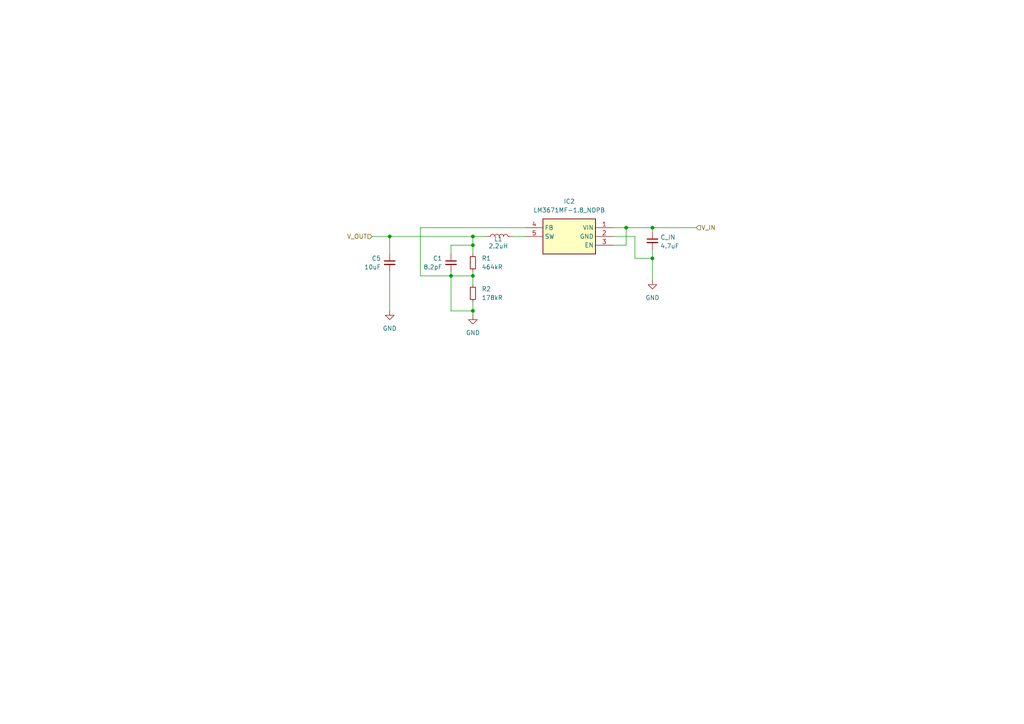
<source format=kicad_sch>
(kicad_sch
	(version 20231120)
	(generator "eeschema")
	(generator_version "8.0")
	(uuid "5cf148a9-5eda-403f-91dc-8da7c50a98d1")
	(paper "A4")
	(lib_symbols
		(symbol "Device:C_Small"
			(pin_numbers hide)
			(pin_names
				(offset 0.254) hide)
			(exclude_from_sim no)
			(in_bom yes)
			(on_board yes)
			(property "Reference" "C"
				(at 0.254 1.778 0)
				(effects
					(font
						(size 1.27 1.27)
					)
					(justify left)
				)
			)
			(property "Value" "C_Small"
				(at 0.254 -2.032 0)
				(effects
					(font
						(size 1.27 1.27)
					)
					(justify left)
				)
			)
			(property "Footprint" ""
				(at 0 0 0)
				(effects
					(font
						(size 1.27 1.27)
					)
					(hide yes)
				)
			)
			(property "Datasheet" "~"
				(at 0 0 0)
				(effects
					(font
						(size 1.27 1.27)
					)
					(hide yes)
				)
			)
			(property "Description" "Unpolarized capacitor, small symbol"
				(at 0 0 0)
				(effects
					(font
						(size 1.27 1.27)
					)
					(hide yes)
				)
			)
			(property "ki_keywords" "capacitor cap"
				(at 0 0 0)
				(effects
					(font
						(size 1.27 1.27)
					)
					(hide yes)
				)
			)
			(property "ki_fp_filters" "C_*"
				(at 0 0 0)
				(effects
					(font
						(size 1.27 1.27)
					)
					(hide yes)
				)
			)
			(symbol "C_Small_0_1"
				(polyline
					(pts
						(xy -1.524 -0.508) (xy 1.524 -0.508)
					)
					(stroke
						(width 0.3302)
						(type default)
					)
					(fill
						(type none)
					)
				)
				(polyline
					(pts
						(xy -1.524 0.508) (xy 1.524 0.508)
					)
					(stroke
						(width 0.3048)
						(type default)
					)
					(fill
						(type none)
					)
				)
			)
			(symbol "C_Small_1_1"
				(pin passive line
					(at 0 2.54 270)
					(length 2.032)
					(name "~"
						(effects
							(font
								(size 1.27 1.27)
							)
						)
					)
					(number "1"
						(effects
							(font
								(size 1.27 1.27)
							)
						)
					)
				)
				(pin passive line
					(at 0 -2.54 90)
					(length 2.032)
					(name "~"
						(effects
							(font
								(size 1.27 1.27)
							)
						)
					)
					(number "2"
						(effects
							(font
								(size 1.27 1.27)
							)
						)
					)
				)
			)
		)
		(symbol "Device:L"
			(pin_numbers hide)
			(pin_names
				(offset 1.016) hide)
			(exclude_from_sim no)
			(in_bom yes)
			(on_board yes)
			(property "Reference" "L"
				(at -1.27 0 90)
				(effects
					(font
						(size 1.27 1.27)
					)
				)
			)
			(property "Value" "L"
				(at 1.905 0 90)
				(effects
					(font
						(size 1.27 1.27)
					)
				)
			)
			(property "Footprint" ""
				(at 0 0 0)
				(effects
					(font
						(size 1.27 1.27)
					)
					(hide yes)
				)
			)
			(property "Datasheet" "~"
				(at 0 0 0)
				(effects
					(font
						(size 1.27 1.27)
					)
					(hide yes)
				)
			)
			(property "Description" "Inductor"
				(at 0 0 0)
				(effects
					(font
						(size 1.27 1.27)
					)
					(hide yes)
				)
			)
			(property "ki_keywords" "inductor choke coil reactor magnetic"
				(at 0 0 0)
				(effects
					(font
						(size 1.27 1.27)
					)
					(hide yes)
				)
			)
			(property "ki_fp_filters" "Choke_* *Coil* Inductor_* L_*"
				(at 0 0 0)
				(effects
					(font
						(size 1.27 1.27)
					)
					(hide yes)
				)
			)
			(symbol "L_0_1"
				(arc
					(start 0 -2.54)
					(mid 0.6323 -1.905)
					(end 0 -1.27)
					(stroke
						(width 0)
						(type default)
					)
					(fill
						(type none)
					)
				)
				(arc
					(start 0 -1.27)
					(mid 0.6323 -0.635)
					(end 0 0)
					(stroke
						(width 0)
						(type default)
					)
					(fill
						(type none)
					)
				)
				(arc
					(start 0 0)
					(mid 0.6323 0.635)
					(end 0 1.27)
					(stroke
						(width 0)
						(type default)
					)
					(fill
						(type none)
					)
				)
				(arc
					(start 0 1.27)
					(mid 0.6323 1.905)
					(end 0 2.54)
					(stroke
						(width 0)
						(type default)
					)
					(fill
						(type none)
					)
				)
			)
			(symbol "L_1_1"
				(pin passive line
					(at 0 3.81 270)
					(length 1.27)
					(name "1"
						(effects
							(font
								(size 1.27 1.27)
							)
						)
					)
					(number "1"
						(effects
							(font
								(size 1.27 1.27)
							)
						)
					)
				)
				(pin passive line
					(at 0 -3.81 90)
					(length 1.27)
					(name "2"
						(effects
							(font
								(size 1.27 1.27)
							)
						)
					)
					(number "2"
						(effects
							(font
								(size 1.27 1.27)
							)
						)
					)
				)
			)
		)
		(symbol "Device:R_Small"
			(pin_numbers hide)
			(pin_names
				(offset 0.254) hide)
			(exclude_from_sim no)
			(in_bom yes)
			(on_board yes)
			(property "Reference" "R"
				(at 0.762 0.508 0)
				(effects
					(font
						(size 1.27 1.27)
					)
					(justify left)
				)
			)
			(property "Value" "R_Small"
				(at 0.762 -1.016 0)
				(effects
					(font
						(size 1.27 1.27)
					)
					(justify left)
				)
			)
			(property "Footprint" ""
				(at 0 0 0)
				(effects
					(font
						(size 1.27 1.27)
					)
					(hide yes)
				)
			)
			(property "Datasheet" "~"
				(at 0 0 0)
				(effects
					(font
						(size 1.27 1.27)
					)
					(hide yes)
				)
			)
			(property "Description" "Resistor, small symbol"
				(at 0 0 0)
				(effects
					(font
						(size 1.27 1.27)
					)
					(hide yes)
				)
			)
			(property "ki_keywords" "R resistor"
				(at 0 0 0)
				(effects
					(font
						(size 1.27 1.27)
					)
					(hide yes)
				)
			)
			(property "ki_fp_filters" "R_*"
				(at 0 0 0)
				(effects
					(font
						(size 1.27 1.27)
					)
					(hide yes)
				)
			)
			(symbol "R_Small_0_1"
				(rectangle
					(start -0.762 1.778)
					(end 0.762 -1.778)
					(stroke
						(width 0.2032)
						(type default)
					)
					(fill
						(type none)
					)
				)
			)
			(symbol "R_Small_1_1"
				(pin passive line
					(at 0 2.54 270)
					(length 0.762)
					(name "~"
						(effects
							(font
								(size 1.27 1.27)
							)
						)
					)
					(number "1"
						(effects
							(font
								(size 1.27 1.27)
							)
						)
					)
				)
				(pin passive line
					(at 0 -2.54 90)
					(length 0.762)
					(name "~"
						(effects
							(font
								(size 1.27 1.27)
							)
						)
					)
					(number "2"
						(effects
							(font
								(size 1.27 1.27)
							)
						)
					)
				)
			)
		)
		(symbol "LM3671MF-1_8_NOPB:LM3671MF-1.8_NOPB"
			(exclude_from_sim no)
			(in_bom yes)
			(on_board yes)
			(property "Reference" "IC"
				(at 21.59 7.62 0)
				(effects
					(font
						(size 1.27 1.27)
					)
					(justify left top)
				)
			)
			(property "Value" "LM3671MF-1.8_NOPB"
				(at 21.59 5.08 0)
				(effects
					(font
						(size 1.27 1.27)
					)
					(justify left top)
				)
			)
			(property "Footprint" "SOT95P280X145-5N"
				(at 21.59 -94.92 0)
				(effects
					(font
						(size 1.27 1.27)
					)
					(justify left top)
					(hide yes)
				)
			)
			(property "Datasheet" "http://www.ti.com/lit/ds/symlink/lm3671.pdf"
				(at 21.59 -194.92 0)
				(effects
					(font
						(size 1.27 1.27)
					)
					(justify left top)
					(hide yes)
				)
			)
			(property "Description" "2MHz, 600mA Step-Down DC-DC Converter"
				(at 0 0 0)
				(effects
					(font
						(size 1.27 1.27)
					)
					(hide yes)
				)
			)
			(property "Height" "1.45"
				(at 21.59 -394.92 0)
				(effects
					(font
						(size 1.27 1.27)
					)
					(justify left top)
					(hide yes)
				)
			)
			(property "Mouser Part Number" "926-LM3671MF-1.8NOPB"
				(at 21.59 -494.92 0)
				(effects
					(font
						(size 1.27 1.27)
					)
					(justify left top)
					(hide yes)
				)
			)
			(property "Mouser Price/Stock" "https://www.mouser.co.uk/ProductDetail/Texas-Instruments/LM3671MF-1.8-NOPB?qs=QbsRYf82W3EhbfgXz3PpIg%3D%3D"
				(at 21.59 -594.92 0)
				(effects
					(font
						(size 1.27 1.27)
					)
					(justify left top)
					(hide yes)
				)
			)
			(property "Manufacturer_Name" "Texas Instruments"
				(at 21.59 -694.92 0)
				(effects
					(font
						(size 1.27 1.27)
					)
					(justify left top)
					(hide yes)
				)
			)
			(property "Manufacturer_Part_Number" "LM3671MF-1.8/NOPB"
				(at 21.59 -794.92 0)
				(effects
					(font
						(size 1.27 1.27)
					)
					(justify left top)
					(hide yes)
				)
			)
			(symbol "LM3671MF-1.8_NOPB_1_1"
				(rectangle
					(start 5.08 2.54)
					(end 20.32 -7.62)
					(stroke
						(width 0.254)
						(type default)
					)
					(fill
						(type background)
					)
				)
				(pin input line
					(at 0 0 0)
					(length 5.08)
					(name "VIN"
						(effects
							(font
								(size 1.27 1.27)
							)
						)
					)
					(number "1"
						(effects
							(font
								(size 1.27 1.27)
							)
						)
					)
				)
				(pin power_in line
					(at 0 -2.54 0)
					(length 5.08)
					(name "GND"
						(effects
							(font
								(size 1.27 1.27)
							)
						)
					)
					(number "2"
						(effects
							(font
								(size 1.27 1.27)
							)
						)
					)
				)
				(pin passive line
					(at 0 -5.08 0)
					(length 5.08)
					(name "EN"
						(effects
							(font
								(size 1.27 1.27)
							)
						)
					)
					(number "3"
						(effects
							(font
								(size 1.27 1.27)
							)
						)
					)
				)
				(pin passive line
					(at 25.4 0 180)
					(length 5.08)
					(name "FB"
						(effects
							(font
								(size 1.27 1.27)
							)
						)
					)
					(number "4"
						(effects
							(font
								(size 1.27 1.27)
							)
						)
					)
				)
				(pin passive line
					(at 25.4 -2.54 180)
					(length 5.08)
					(name "SW"
						(effects
							(font
								(size 1.27 1.27)
							)
						)
					)
					(number "5"
						(effects
							(font
								(size 1.27 1.27)
							)
						)
					)
				)
			)
		)
		(symbol "power:GND"
			(power)
			(pin_numbers hide)
			(pin_names
				(offset 0) hide)
			(exclude_from_sim no)
			(in_bom yes)
			(on_board yes)
			(property "Reference" "#PWR"
				(at 0 -6.35 0)
				(effects
					(font
						(size 1.27 1.27)
					)
					(hide yes)
				)
			)
			(property "Value" "GND"
				(at 0 -3.81 0)
				(effects
					(font
						(size 1.27 1.27)
					)
				)
			)
			(property "Footprint" ""
				(at 0 0 0)
				(effects
					(font
						(size 1.27 1.27)
					)
					(hide yes)
				)
			)
			(property "Datasheet" ""
				(at 0 0 0)
				(effects
					(font
						(size 1.27 1.27)
					)
					(hide yes)
				)
			)
			(property "Description" "Power symbol creates a global label with name \"GND\" , ground"
				(at 0 0 0)
				(effects
					(font
						(size 1.27 1.27)
					)
					(hide yes)
				)
			)
			(property "ki_keywords" "global power"
				(at 0 0 0)
				(effects
					(font
						(size 1.27 1.27)
					)
					(hide yes)
				)
			)
			(symbol "GND_0_1"
				(polyline
					(pts
						(xy 0 0) (xy 0 -1.27) (xy 1.27 -1.27) (xy 0 -2.54) (xy -1.27 -1.27) (xy 0 -1.27)
					)
					(stroke
						(width 0)
						(type default)
					)
					(fill
						(type none)
					)
				)
			)
			(symbol "GND_1_1"
				(pin power_in line
					(at 0 0 270)
					(length 0)
					(name "~"
						(effects
							(font
								(size 1.27 1.27)
							)
						)
					)
					(number "1"
						(effects
							(font
								(size 1.27 1.27)
							)
						)
					)
				)
			)
		)
	)
	(junction
		(at 137.16 90.17)
		(diameter 0)
		(color 0 0 0 0)
		(uuid "07dc20b3-2635-45aa-99db-c371466c58ae")
	)
	(junction
		(at 137.16 71.12)
		(diameter 0)
		(color 0 0 0 0)
		(uuid "4c6664cf-f176-4a6c-8e71-a2c92fd93847")
	)
	(junction
		(at 189.23 74.93)
		(diameter 0)
		(color 0 0 0 0)
		(uuid "57f3fb8c-ee61-4e70-9220-5ca2092b15a8")
	)
	(junction
		(at 189.23 66.04)
		(diameter 0)
		(color 0 0 0 0)
		(uuid "62d4258f-a157-4c97-b8c3-fbae9c6e8040")
	)
	(junction
		(at 113.03 68.58)
		(diameter 0)
		(color 0 0 0 0)
		(uuid "6947bf3a-de8f-40e4-93cc-15c24a9d8711")
	)
	(junction
		(at 137.16 80.01)
		(diameter 0)
		(color 0 0 0 0)
		(uuid "72aae656-f5eb-45f0-a06c-2b724dd6e5f5")
	)
	(junction
		(at 137.16 68.58)
		(diameter 0)
		(color 0 0 0 0)
		(uuid "b00efed2-b101-4beb-a9ae-952d5ceb439a")
	)
	(junction
		(at 130.81 80.01)
		(diameter 0)
		(color 0 0 0 0)
		(uuid "d7bec70a-1914-40d4-9f07-d2d3da92d677")
	)
	(junction
		(at 181.61 66.04)
		(diameter 0)
		(color 0 0 0 0)
		(uuid "de2b17f3-c993-4bdf-8f5a-5d0caf928bff")
	)
	(wire
		(pts
			(xy 130.81 80.01) (xy 121.92 80.01)
		)
		(stroke
			(width 0)
			(type default)
		)
		(uuid "0abf92d4-7714-4c47-bb67-7d0cea63c99d")
	)
	(wire
		(pts
			(xy 137.16 71.12) (xy 137.16 68.58)
		)
		(stroke
			(width 0)
			(type default)
		)
		(uuid "14bb2bf8-963c-445e-9036-31db54af295b")
	)
	(wire
		(pts
			(xy 181.61 71.12) (xy 177.8 71.12)
		)
		(stroke
			(width 0)
			(type default)
		)
		(uuid "164278a8-48c7-4fd6-a875-d4b7443ca468")
	)
	(wire
		(pts
			(xy 137.16 71.12) (xy 130.81 71.12)
		)
		(stroke
			(width 0)
			(type default)
		)
		(uuid "180ebf72-7de2-497d-8411-4433966825a1")
	)
	(wire
		(pts
			(xy 189.23 72.39) (xy 189.23 74.93)
		)
		(stroke
			(width 0)
			(type default)
		)
		(uuid "1bd233e4-062b-405f-85c3-2ecc4cb7034d")
	)
	(wire
		(pts
			(xy 137.16 80.01) (xy 130.81 80.01)
		)
		(stroke
			(width 0)
			(type default)
		)
		(uuid "2ea3e660-6329-4a75-a5ec-8695859f7cad")
	)
	(wire
		(pts
			(xy 113.03 68.58) (xy 113.03 73.66)
		)
		(stroke
			(width 0)
			(type default)
		)
		(uuid "35bde097-af85-4638-8bf2-34011e803e41")
	)
	(wire
		(pts
			(xy 130.81 80.01) (xy 130.81 90.17)
		)
		(stroke
			(width 0)
			(type default)
		)
		(uuid "39631229-1dca-44b8-8857-046be21e18da")
	)
	(wire
		(pts
			(xy 121.92 80.01) (xy 121.92 66.04)
		)
		(stroke
			(width 0)
			(type default)
		)
		(uuid "42b29349-3f0f-4c53-9627-517a68026c63")
	)
	(wire
		(pts
			(xy 137.16 90.17) (xy 137.16 91.44)
		)
		(stroke
			(width 0)
			(type default)
		)
		(uuid "450fe26a-74f9-44cf-a514-a515184e69a6")
	)
	(wire
		(pts
			(xy 130.81 71.12) (xy 130.81 73.66)
		)
		(stroke
			(width 0)
			(type default)
		)
		(uuid "58205c9b-e6ee-4c99-8c3c-a4767caf27b8")
	)
	(wire
		(pts
			(xy 189.23 66.04) (xy 181.61 66.04)
		)
		(stroke
			(width 0)
			(type default)
		)
		(uuid "633a8447-89cb-469c-b188-e9ff6a863d6b")
	)
	(wire
		(pts
			(xy 189.23 66.04) (xy 189.23 67.31)
		)
		(stroke
			(width 0)
			(type default)
		)
		(uuid "695c32bc-cb89-41fd-8bbd-53953ad656ac")
	)
	(wire
		(pts
			(xy 177.8 68.58) (xy 184.15 68.58)
		)
		(stroke
			(width 0)
			(type default)
		)
		(uuid "6d607de7-e495-4dd4-9975-9616d1b733b1")
	)
	(wire
		(pts
			(xy 181.61 66.04) (xy 177.8 66.04)
		)
		(stroke
			(width 0)
			(type default)
		)
		(uuid "8b83711e-41b4-46d9-b870-a59bf945dba5")
	)
	(wire
		(pts
			(xy 137.16 73.66) (xy 137.16 71.12)
		)
		(stroke
			(width 0)
			(type default)
		)
		(uuid "918f3e9b-8b85-460a-baaa-9be86a8760a2")
	)
	(wire
		(pts
			(xy 181.61 66.04) (xy 181.61 71.12)
		)
		(stroke
			(width 0)
			(type default)
		)
		(uuid "919ece47-7fee-4d72-a3d2-077b559e275a")
	)
	(wire
		(pts
			(xy 148.59 68.58) (xy 152.4 68.58)
		)
		(stroke
			(width 0)
			(type default)
		)
		(uuid "9d275590-0746-4c03-b4a3-e6625aad50ae")
	)
	(wire
		(pts
			(xy 137.16 78.74) (xy 137.16 80.01)
		)
		(stroke
			(width 0)
			(type default)
		)
		(uuid "a2db2df1-57d4-4da3-b645-54905f8e62c7")
	)
	(wire
		(pts
			(xy 113.03 78.74) (xy 113.03 90.17)
		)
		(stroke
			(width 0)
			(type default)
		)
		(uuid "b3448ba0-8fa8-47b0-8cf6-9e0ea2c72ecc")
	)
	(wire
		(pts
			(xy 113.03 68.58) (xy 107.95 68.58)
		)
		(stroke
			(width 0)
			(type default)
		)
		(uuid "b3fc0e54-1da4-460d-9b35-ed19c32cab0e")
	)
	(wire
		(pts
			(xy 137.16 80.01) (xy 137.16 82.55)
		)
		(stroke
			(width 0)
			(type default)
		)
		(uuid "b939629d-b2ec-49b3-9400-5ac53a8c7060")
	)
	(wire
		(pts
			(xy 130.81 78.74) (xy 130.81 80.01)
		)
		(stroke
			(width 0)
			(type default)
		)
		(uuid "c4d28f40-9e81-4ee9-9850-909f53ac0573")
	)
	(wire
		(pts
			(xy 140.97 68.58) (xy 137.16 68.58)
		)
		(stroke
			(width 0)
			(type default)
		)
		(uuid "c8b8ad7b-e853-4a7d-bf84-3b460ac3af1f")
	)
	(wire
		(pts
			(xy 189.23 74.93) (xy 189.23 81.28)
		)
		(stroke
			(width 0)
			(type default)
		)
		(uuid "d087552f-fe40-4e06-a87c-25bf748b44c0")
	)
	(wire
		(pts
			(xy 184.15 74.93) (xy 189.23 74.93)
		)
		(stroke
			(width 0)
			(type default)
		)
		(uuid "d165b882-072d-4937-9eea-6712f1526557")
	)
	(wire
		(pts
			(xy 201.93 66.04) (xy 189.23 66.04)
		)
		(stroke
			(width 0)
			(type default)
		)
		(uuid "d285f676-8c01-43da-bc45-8f883f720112")
	)
	(wire
		(pts
			(xy 130.81 90.17) (xy 137.16 90.17)
		)
		(stroke
			(width 0)
			(type default)
		)
		(uuid "d64139ae-e225-4759-85f8-64bf1d7494c6")
	)
	(wire
		(pts
			(xy 137.16 68.58) (xy 113.03 68.58)
		)
		(stroke
			(width 0)
			(type default)
		)
		(uuid "e18bb947-9c0d-4997-9cdc-2bb1214a7ce6")
	)
	(wire
		(pts
			(xy 137.16 87.63) (xy 137.16 90.17)
		)
		(stroke
			(width 0)
			(type default)
		)
		(uuid "e633207a-e89e-4c3d-b44c-4944f035f5da")
	)
	(wire
		(pts
			(xy 184.15 68.58) (xy 184.15 74.93)
		)
		(stroke
			(width 0)
			(type default)
		)
		(uuid "e6bf965a-fd0c-403a-8704-d9a49d38e167")
	)
	(wire
		(pts
			(xy 121.92 66.04) (xy 152.4 66.04)
		)
		(stroke
			(width 0)
			(type default)
		)
		(uuid "fa280134-f362-4a66-8a07-d9d43ac1f61a")
	)
	(hierarchical_label "V_IN"
		(shape input)
		(at 201.93 66.04 0)
		(fields_autoplaced yes)
		(effects
			(font
				(size 1.27 1.27)
			)
			(justify left)
		)
		(uuid "0a471a3d-2543-4707-a134-50eafb4d4932")
	)
	(hierarchical_label "V_OUT"
		(shape input)
		(at 107.95 68.58 180)
		(fields_autoplaced yes)
		(effects
			(font
				(size 1.27 1.27)
			)
			(justify right)
		)
		(uuid "d50d594b-3f26-4fb0-906d-8848ea7aee55")
	)
	(symbol
		(lib_id "power:GND")
		(at 113.03 90.17 0)
		(mirror y)
		(unit 1)
		(exclude_from_sim no)
		(in_bom yes)
		(on_board yes)
		(dnp no)
		(fields_autoplaced yes)
		(uuid "07e45d13-5e59-4e87-a9f2-f93c088bebbd")
		(property "Reference" "#PWR08"
			(at 113.03 96.52 0)
			(effects
				(font
					(size 1.27 1.27)
				)
				(hide yes)
			)
		)
		(property "Value" "GND"
			(at 113.03 95.25 0)
			(effects
				(font
					(size 1.27 1.27)
				)
			)
		)
		(property "Footprint" ""
			(at 113.03 90.17 0)
			(effects
				(font
					(size 1.27 1.27)
				)
				(hide yes)
			)
		)
		(property "Datasheet" ""
			(at 113.03 90.17 0)
			(effects
				(font
					(size 1.27 1.27)
				)
				(hide yes)
			)
		)
		(property "Description" "Power symbol creates a global label with name \"GND\" , ground"
			(at 113.03 90.17 0)
			(effects
				(font
					(size 1.27 1.27)
				)
				(hide yes)
			)
		)
		(pin "1"
			(uuid "a282672c-de80-4864-a38b-2c934d2bc263")
		)
		(instances
			(project ""
				(path "/f342d0b6-fa79-42c3-b491-044d5cde1fcc/86628781-09f8-497a-81fb-bb6f90ba039a"
					(reference "#PWR08")
					(unit 1)
				)
			)
		)
	)
	(symbol
		(lib_id "LM3671MF-1_8_NOPB:LM3671MF-1.8_NOPB")
		(at 177.8 66.04 0)
		(mirror y)
		(unit 1)
		(exclude_from_sim no)
		(in_bom yes)
		(on_board yes)
		(dnp no)
		(uuid "2201618c-64bd-4f0f-b0cc-7c3f45ec4de8")
		(property "Reference" "IC2"
			(at 165.1 58.42 0)
			(effects
				(font
					(size 1.27 1.27)
				)
			)
		)
		(property "Value" "LM3671MF-1.8_NOPB"
			(at 165.1 60.96 0)
			(effects
				(font
					(size 1.27 1.27)
				)
			)
		)
		(property "Footprint" "SOT95P280X145-5N"
			(at 156.21 160.96 0)
			(effects
				(font
					(size 1.27 1.27)
				)
				(justify left top)
				(hide yes)
			)
		)
		(property "Datasheet" "http://www.ti.com/lit/ds/symlink/lm3671.pdf"
			(at 156.21 260.96 0)
			(effects
				(font
					(size 1.27 1.27)
				)
				(justify left top)
				(hide yes)
			)
		)
		(property "Description" "2MHz, 600mA Step-Down DC-DC Converter"
			(at 177.8 66.04 0)
			(effects
				(font
					(size 1.27 1.27)
				)
				(hide yes)
			)
		)
		(property "Height" "1.45"
			(at 156.21 460.96 0)
			(effects
				(font
					(size 1.27 1.27)
				)
				(justify left top)
				(hide yes)
			)
		)
		(property "Mouser Part Number" "926-LM3671MF-1.8NOPB"
			(at 156.21 560.96 0)
			(effects
				(font
					(size 1.27 1.27)
				)
				(justify left top)
				(hide yes)
			)
		)
		(property "Mouser Price/Stock" "https://www.mouser.co.uk/ProductDetail/Texas-Instruments/LM3671MF-1.8-NOPB?qs=QbsRYf82W3EhbfgXz3PpIg%3D%3D"
			(at 156.21 660.96 0)
			(effects
				(font
					(size 1.27 1.27)
				)
				(justify left top)
				(hide yes)
			)
		)
		(property "Manufacturer_Name" "Texas Instruments"
			(at 156.21 760.96 0)
			(effects
				(font
					(size 1.27 1.27)
				)
				(justify left top)
				(hide yes)
			)
		)
		(property "Manufacturer_Part_Number" "LM3671MF-1.8/NOPB"
			(at 156.21 860.96 0)
			(effects
				(font
					(size 1.27 1.27)
				)
				(justify left top)
				(hide yes)
			)
		)
		(pin "3"
			(uuid "49fd3f39-10ae-4b3d-861b-25aa76575c98")
		)
		(pin "5"
			(uuid "739d624f-f24b-45ff-bed7-73309e64eb50")
		)
		(pin "2"
			(uuid "020ad56b-e7d7-4b1a-9572-68d9065f58e6")
		)
		(pin "1"
			(uuid "03204a58-2622-433f-87e6-523ef385b3a9")
		)
		(pin "4"
			(uuid "a24ffae4-1342-4932-a422-2df3fb4865ab")
		)
		(instances
			(project "EMG_Main_Board"
				(path "/f342d0b6-fa79-42c3-b491-044d5cde1fcc/86628781-09f8-497a-81fb-bb6f90ba039a"
					(reference "IC2")
					(unit 1)
				)
			)
		)
	)
	(symbol
		(lib_id "power:GND")
		(at 137.16 91.44 0)
		(unit 1)
		(exclude_from_sim no)
		(in_bom yes)
		(on_board yes)
		(dnp no)
		(fields_autoplaced yes)
		(uuid "304e37a2-68af-4614-89c3-908ec56b4b0c")
		(property "Reference" "#PWR07"
			(at 137.16 97.79 0)
			(effects
				(font
					(size 1.27 1.27)
				)
				(hide yes)
			)
		)
		(property "Value" "GND"
			(at 137.16 96.52 0)
			(effects
				(font
					(size 1.27 1.27)
				)
			)
		)
		(property "Footprint" ""
			(at 137.16 91.44 0)
			(effects
				(font
					(size 1.27 1.27)
				)
				(hide yes)
			)
		)
		(property "Datasheet" ""
			(at 137.16 91.44 0)
			(effects
				(font
					(size 1.27 1.27)
				)
				(hide yes)
			)
		)
		(property "Description" "Power symbol creates a global label with name \"GND\" , ground"
			(at 137.16 91.44 0)
			(effects
				(font
					(size 1.27 1.27)
				)
				(hide yes)
			)
		)
		(pin "1"
			(uuid "02bdbaa5-fd4b-4580-ab83-351a39916ff4")
		)
		(instances
			(project "EMG_Main_Board"
				(path "/f342d0b6-fa79-42c3-b491-044d5cde1fcc/86628781-09f8-497a-81fb-bb6f90ba039a"
					(reference "#PWR07")
					(unit 1)
				)
			)
		)
	)
	(symbol
		(lib_id "Device:C_Small")
		(at 130.81 76.2 0)
		(mirror y)
		(unit 1)
		(exclude_from_sim no)
		(in_bom yes)
		(on_board yes)
		(dnp no)
		(fields_autoplaced yes)
		(uuid "68a1ab0c-5744-4491-a29f-6f333125105b")
		(property "Reference" "C1"
			(at 128.27 74.9362 0)
			(effects
				(font
					(size 1.27 1.27)
				)
				(justify left)
			)
		)
		(property "Value" "8.2pF"
			(at 128.27 77.4762 0)
			(effects
				(font
					(size 1.27 1.27)
				)
				(justify left)
			)
		)
		(property "Footprint" ""
			(at 130.81 76.2 0)
			(effects
				(font
					(size 1.27 1.27)
				)
				(hide yes)
			)
		)
		(property "Datasheet" "~"
			(at 130.81 76.2 0)
			(effects
				(font
					(size 1.27 1.27)
				)
				(hide yes)
			)
		)
		(property "Description" "Unpolarized capacitor, small symbol"
			(at 130.81 76.2 0)
			(effects
				(font
					(size 1.27 1.27)
				)
				(hide yes)
			)
		)
		(pin "1"
			(uuid "aa308751-9287-4e11-a6d0-08e9ad56bf09")
		)
		(pin "2"
			(uuid "04f64af9-770e-4fc9-afa0-24f20e4c0a6b")
		)
		(instances
			(project ""
				(path "/f342d0b6-fa79-42c3-b491-044d5cde1fcc/86628781-09f8-497a-81fb-bb6f90ba039a"
					(reference "C1")
					(unit 1)
				)
			)
		)
	)
	(symbol
		(lib_id "Device:C_Small")
		(at 189.23 69.85 0)
		(unit 1)
		(exclude_from_sim no)
		(in_bom yes)
		(on_board yes)
		(dnp no)
		(uuid "af77e6ef-25ab-4c82-8a0e-9d8c4d32dcf1")
		(property "Reference" "C_IN"
			(at 191.516 68.834 0)
			(effects
				(font
					(size 1.27 1.27)
				)
				(justify left)
			)
		)
		(property "Value" "4.7uF"
			(at 191.516 71.374 0)
			(effects
				(font
					(size 1.27 1.27)
				)
				(justify left)
			)
		)
		(property "Footprint" ""
			(at 189.23 69.85 0)
			(effects
				(font
					(size 1.27 1.27)
				)
				(hide yes)
			)
		)
		(property "Datasheet" "~"
			(at 189.23 69.85 0)
			(effects
				(font
					(size 1.27 1.27)
				)
				(hide yes)
			)
		)
		(property "Description" "Unpolarized capacitor, small symbol"
			(at 189.23 69.85 0)
			(effects
				(font
					(size 1.27 1.27)
				)
				(hide yes)
			)
		)
		(pin "1"
			(uuid "1ec3cc8c-e547-4f44-a425-01bca23eaf77")
		)
		(pin "2"
			(uuid "f04755fe-b7e6-4fd4-8034-f2c8459b2c12")
		)
		(instances
			(project "EMG_Main_Board"
				(path "/f342d0b6-fa79-42c3-b491-044d5cde1fcc/86628781-09f8-497a-81fb-bb6f90ba039a"
					(reference "C_IN")
					(unit 1)
				)
			)
		)
	)
	(symbol
		(lib_id "Device:L")
		(at 144.78 68.58 90)
		(unit 1)
		(exclude_from_sim no)
		(in_bom yes)
		(on_board yes)
		(dnp no)
		(uuid "c6da8668-064d-4211-8a2a-8730c0fdcf33")
		(property "Reference" "L1"
			(at 144.526 69.342 90)
			(effects
				(font
					(size 1.27 1.27)
				)
			)
		)
		(property "Value" "2.2uH"
			(at 144.526 71.374 90)
			(effects
				(font
					(size 1.27 1.27)
				)
			)
		)
		(property "Footprint" ""
			(at 144.78 68.58 0)
			(effects
				(font
					(size 1.27 1.27)
				)
				(hide yes)
			)
		)
		(property "Datasheet" "~"
			(at 144.78 68.58 0)
			(effects
				(font
					(size 1.27 1.27)
				)
				(hide yes)
			)
		)
		(property "Description" "Inductor"
			(at 144.78 68.58 0)
			(effects
				(font
					(size 1.27 1.27)
				)
				(hide yes)
			)
		)
		(pin "1"
			(uuid "6eabab8a-cb37-4c65-a878-276d1599baf2")
		)
		(pin "2"
			(uuid "a0c0478d-422a-4930-889a-6c5e3cdcb61b")
		)
		(instances
			(project "EMG_Main_Board"
				(path "/f342d0b6-fa79-42c3-b491-044d5cde1fcc/86628781-09f8-497a-81fb-bb6f90ba039a"
					(reference "L1")
					(unit 1)
				)
			)
		)
	)
	(symbol
		(lib_id "power:GND")
		(at 189.23 81.28 0)
		(unit 1)
		(exclude_from_sim no)
		(in_bom yes)
		(on_board yes)
		(dnp no)
		(fields_autoplaced yes)
		(uuid "c82a4c2b-441b-492a-880a-0426aebab738")
		(property "Reference" "#PWR06"
			(at 189.23 87.63 0)
			(effects
				(font
					(size 1.27 1.27)
				)
				(hide yes)
			)
		)
		(property "Value" "GND"
			(at 189.23 86.36 0)
			(effects
				(font
					(size 1.27 1.27)
				)
			)
		)
		(property "Footprint" ""
			(at 189.23 81.28 0)
			(effects
				(font
					(size 1.27 1.27)
				)
				(hide yes)
			)
		)
		(property "Datasheet" ""
			(at 189.23 81.28 0)
			(effects
				(font
					(size 1.27 1.27)
				)
				(hide yes)
			)
		)
		(property "Description" "Power symbol creates a global label with name \"GND\" , ground"
			(at 189.23 81.28 0)
			(effects
				(font
					(size 1.27 1.27)
				)
				(hide yes)
			)
		)
		(pin "1"
			(uuid "88926ee2-5867-4284-b492-048e657fa550")
		)
		(instances
			(project "EMG_Main_Board"
				(path "/f342d0b6-fa79-42c3-b491-044d5cde1fcc/86628781-09f8-497a-81fb-bb6f90ba039a"
					(reference "#PWR06")
					(unit 1)
				)
			)
		)
	)
	(symbol
		(lib_id "Device:R_Small")
		(at 137.16 76.2 0)
		(unit 1)
		(exclude_from_sim no)
		(in_bom yes)
		(on_board yes)
		(dnp no)
		(uuid "e72419ba-06dc-4695-8461-71fa396df24f")
		(property "Reference" "R1"
			(at 139.7 74.9299 0)
			(effects
				(font
					(size 1.27 1.27)
				)
				(justify left)
			)
		)
		(property "Value" "464kR"
			(at 139.7 77.4699 0)
			(effects
				(font
					(size 1.27 1.27)
				)
				(justify left)
			)
		)
		(property "Footprint" ""
			(at 137.16 76.2 0)
			(effects
				(font
					(size 1.27 1.27)
				)
				(hide yes)
			)
		)
		(property "Datasheet" "~"
			(at 137.16 76.2 0)
			(effects
				(font
					(size 1.27 1.27)
				)
				(hide yes)
			)
		)
		(property "Description" "Resistor, small symbol"
			(at 137.16 76.2 0)
			(effects
				(font
					(size 1.27 1.27)
				)
				(hide yes)
			)
		)
		(pin "2"
			(uuid "26ced617-38a7-4784-a320-6b7d57d51040")
		)
		(pin "1"
			(uuid "f7448458-8101-49fb-a249-b51003e2ae49")
		)
		(instances
			(project "EMG_Main_Board"
				(path "/f342d0b6-fa79-42c3-b491-044d5cde1fcc/86628781-09f8-497a-81fb-bb6f90ba039a"
					(reference "R1")
					(unit 1)
				)
			)
		)
	)
	(symbol
		(lib_id "Device:C_Small")
		(at 113.03 76.2 0)
		(mirror y)
		(unit 1)
		(exclude_from_sim no)
		(in_bom yes)
		(on_board yes)
		(dnp no)
		(fields_autoplaced yes)
		(uuid "fa41f373-c291-471d-be19-8430e61deee0")
		(property "Reference" "C5"
			(at 110.49 74.9362 0)
			(effects
				(font
					(size 1.27 1.27)
				)
				(justify left)
			)
		)
		(property "Value" "10uF"
			(at 110.49 77.4762 0)
			(effects
				(font
					(size 1.27 1.27)
				)
				(justify left)
			)
		)
		(property "Footprint" ""
			(at 113.03 76.2 0)
			(effects
				(font
					(size 1.27 1.27)
				)
				(hide yes)
			)
		)
		(property "Datasheet" "~"
			(at 113.03 76.2 0)
			(effects
				(font
					(size 1.27 1.27)
				)
				(hide yes)
			)
		)
		(property "Description" "Unpolarized capacitor, small symbol"
			(at 113.03 76.2 0)
			(effects
				(font
					(size 1.27 1.27)
				)
				(hide yes)
			)
		)
		(pin "1"
			(uuid "609d5a86-4cf0-4ce1-a8b3-98222422b53f")
		)
		(pin "2"
			(uuid "0aa46834-0a4d-43d8-8082-7d85b7f834e3")
		)
		(instances
			(project "EMG_Main_Board"
				(path "/f342d0b6-fa79-42c3-b491-044d5cde1fcc/86628781-09f8-497a-81fb-bb6f90ba039a"
					(reference "C5")
					(unit 1)
				)
			)
		)
	)
	(symbol
		(lib_id "Device:R_Small")
		(at 137.16 85.09 0)
		(unit 1)
		(exclude_from_sim no)
		(in_bom yes)
		(on_board yes)
		(dnp no)
		(uuid "fb901b40-05e1-4340-874d-b2c05fa748ae")
		(property "Reference" "R2"
			(at 139.7 83.8199 0)
			(effects
				(font
					(size 1.27 1.27)
				)
				(justify left)
			)
		)
		(property "Value" "178kR"
			(at 139.7 86.3599 0)
			(effects
				(font
					(size 1.27 1.27)
				)
				(justify left)
			)
		)
		(property "Footprint" ""
			(at 137.16 85.09 0)
			(effects
				(font
					(size 1.27 1.27)
				)
				(hide yes)
			)
		)
		(property "Datasheet" "~"
			(at 137.16 85.09 0)
			(effects
				(font
					(size 1.27 1.27)
				)
				(hide yes)
			)
		)
		(property "Description" "Resistor, small symbol"
			(at 137.16 85.09 0)
			(effects
				(font
					(size 1.27 1.27)
				)
				(hide yes)
			)
		)
		(pin "2"
			(uuid "e123e25d-b120-446c-b30b-0c6ebffa9f59")
		)
		(pin "1"
			(uuid "c5fcee0c-4df7-4e13-8265-2d8feccc1ad2")
		)
		(instances
			(project "EMG_Main_Board"
				(path "/f342d0b6-fa79-42c3-b491-044d5cde1fcc/86628781-09f8-497a-81fb-bb6f90ba039a"
					(reference "R2")
					(unit 1)
				)
			)
		)
	)
)

</source>
